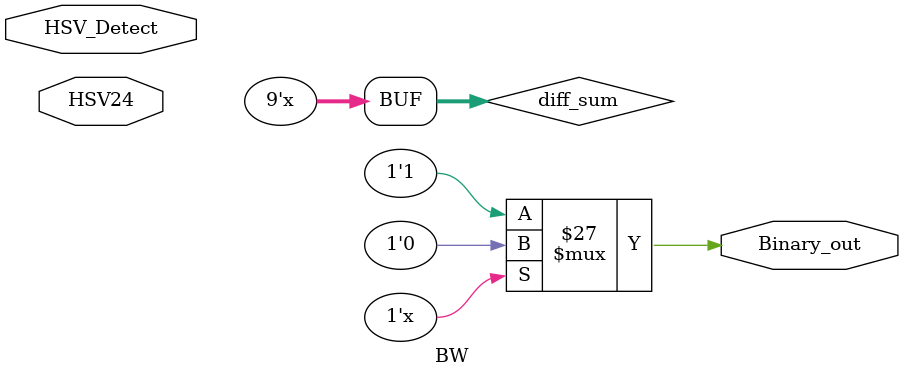
<source format=v>
`timescale 1ns / 1ps

module BW(
input [23:0] HSV24,
input [23:0] HSV_Detect,
output reg Binary_out
);

reg [7:0] H_diff;
reg [7:0] S_diff;
reg [7:0] V_diff;
reg [8:0] diff_sum;

always@(*) begin
	
	//Hue
	if(HSV24[23:16] > HSV_Detect[23:16])
		H_diff <= HSV24[23:16] - HSV_Detect[23:16];
	else
		H_diff <= HSV_Detect[23:16] - HSV24[23:16];
	//Saturation
	if(HSV24[15:8] > HSV_Detect[15:8])
		S_diff <= HSV24[15:8] - HSV_Detect[15:8];
	else
		S_diff <= HSV_Detect[15:8] - HSV24[15:8];
	//Value
	if(HSV24[7:0] > HSV_Detect[7:0])
		V_diff <= HSV24[7:0] - HSV_Detect[7:0];
	else
		V_diff <= HSV_Detect[7:0] - HSV24[7:0];
		

        diff_sum <= H_diff/2 + S_diff/4 + V_diff/4;
        
       //  threshold
        if(diff_sum > 20|| H_diff/2 > 6 ||  S_diff/4 > 12 || V_diff/4 >12)
            Binary_out <= 0;
        else
            Binary_out <= 1;


end

endmodule

</source>
